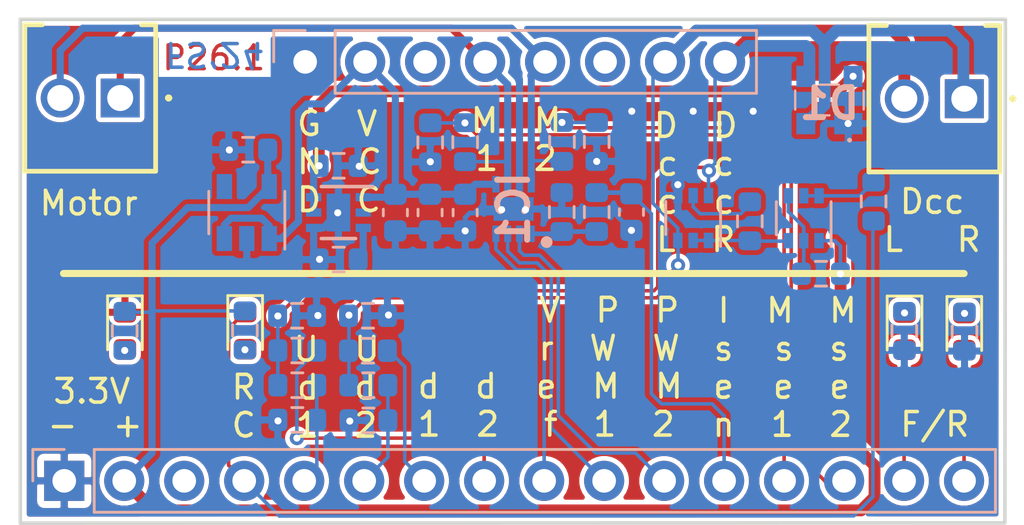
<source format=kicad_pcb>
(kicad_pcb (version 20171130) (host pcbnew "(5.1.12)-1")
  (title_block (title "RTB P26 Railcom/Motor IF") (date 2024-09-29) (rev 0) (company "Frank Schumacher") (comment 1 "Railcom sender & Motor driver") (comment 2 P26.0))
  (layers (0 F.Cu signal) (31 B.Cu signal) (34 B.Paste user hide) (35 F.Paste user hide) (36 B.SilkS user) (37 F.SilkS user) (38 B.Mask user hide) (39 F.Mask user hide) (44 Edge.Cuts user))
  (net 0 "")
  (net 1 GND)
  (net 2 +3V3)
  (net 3 DCC-b)
  (net 4 DCC-a)
  (net 5 RCM.tx)
  (net 6 UDCC-a)
  (net 7 UDCC-b)
  (net 8 ISENS)
  (net 9 PWM2)
  (net 10 PWM1)
  (net 11 M1)
  (net 12 M2)
  (net 13 uSENS2)
  (net 14 uSENS1)
  (net 15 "Net-(Q1-Pad5)")
  (net 16 VHBR)
  (net 17 "Net-(Q2-Pad5)")
  (net 18 "Net-(C2-Pad1)")
  (net 19 "Net-(C5-Pad1)")
  (net 20 Vref)
  (net 21 "Net-(IC1-Pad1)")
  (net 22 "Net-(Q1-Pad1)")
  (net 23 "Net-(Q2-Pad2)")
  (net 24 "Net-(J2-Pad8)")
  (net 25 "Net-(J2-Pad7)")
  (net 26 "Net-(D2-Pad2)")
  (net 27 "Net-(D2-Pad1)")
  (net 28 "Net-(D3-Pad2)")
  (net 29 "Net-(D3-Pad1)")
  (net 30 "Net-(D4-Pad2)")
  (net 31 "Net-(D5-Pad2)")
  (module RTB:SON50P200X200X80-9N (layer B.Cu) (at 93.256 -51.17 90)
    (fp_text reference IC1 (at 0 0 90) (layer B.SilkS) (effects (font (size 1.27 1.27) (thickness 0.254)) (justify mirror)))
    (fp_text value DRV8231ADSGR hide)
    (pad 9 smd rect (at 0 0 90) (size 1 1.7) (layers B.Cu B.Paste B.Mask) (net 1 GND))
    (pad 8 smd rect (at 1.05 0.75) (size 0.3 0.7) (layers B.Cu B.Paste B.Mask) (net 11 M1))
    (pad 7 smd rect (at 1.05 0.25) (size 0.3 0.7) (layers B.Cu B.Paste B.Mask) (net 1 GND))
    (pad 6 smd rect (at 1.05 -0.25) (size 0.3 0.7) (layers B.Cu B.Paste B.Mask) (net 12 M2))
    (pad 5 smd rect (at 1.05 -0.75) (size 0.3 0.7) (layers B.Cu B.Paste B.Mask) (net 16 VHBR))
    (pad 4 smd rect (at -1.05 -0.75) (size 0.3 0.7) (layers B.Cu B.Paste B.Mask) (net 20 Vref))
    (pad 3 smd rect (at -1.05 -0.25) (size 0.3 0.7) (layers B.Cu B.Paste B.Mask) (net 9 PWM2))
    (pad 2 smd rect (at -1.05 0.25) (size 0.3 0.7) (layers B.Cu B.Paste B.Mask) (net 10 PWM1))
    (pad 1 smd rect (at -1.05 0.75) (size 0.3 0.7) (layers B.Cu B.Paste B.Mask) (net 21 "Net-(IC1-Pad1)"))
  )
  (module RTB:BF998215 (layer B.Cu) (at 106.63 -55.41 180)
    (fp_text reference D1 (at 0 0.225) (layer B.SilkS) (effects (font (size 1.27 1.27) (thickness 0.254)) (justify mirror)))
    (fp_text value BAS3007ARPPE6327HTSA1 hide)
    (pad 4 smd rect (at -1 1.375 90) (size 0.9 0.8) (layers B.Cu B.Paste B.Mask) (net 19 "Net-(C5-Pad1)"))
    (pad 3 smd rect (at 1 1.375 90) (size 0.9 0.8) (layers B.Cu B.Paste B.Mask) (net 4 DCC-a))
    (pad 2 smd rect (at 1 -0.625 90) (size 0.9 0.8) (layers B.Cu B.Paste B.Mask) (net 3 DCC-b))
    (pad 1 smd rect (at -0.8 -0.625 90) (size 0.9 1.2) (layers B.Cu B.Paste B.Mask) (net 1 GND))
  )
  (module Package_TO_SOT_SMD:SOT-363_SC-70-6 (layer B.Cu) (at 105.54 -50.78 90)
    (fp_text reference Q2 hide)
    (fp_text value BC857BDW1)
    (pad 6 smd rect (at 0.95 0.65 90) (size 0.65 0.4) (layers B.Cu B.Paste B.Mask) (net 17 "Net-(Q2-Pad5)"))
    (pad 4 smd rect (at 0.95 -0.65 90) (size 0.65 0.4) (layers B.Cu B.Paste B.Mask) (net 23 "Net-(Q2-Pad2)"))
    (pad 2 smd rect (at -0.95 0 90) (size 0.65 0.4) (layers B.Cu B.Paste B.Mask) (net 23 "Net-(Q2-Pad2)"))
    (pad 5 smd rect (at 0.95 0 90) (size 0.65 0.4) (layers B.Cu B.Paste B.Mask) (net 17 "Net-(Q2-Pad5)"))
    (pad 3 smd rect (at -0.95 -0.65 90) (size 0.65 0.4) (layers B.Cu B.Paste B.Mask) (net 22 "Net-(Q1-Pad1)"))
    (pad 1 smd rect (at -0.95 0.65 90) (size 0.65 0.4) (layers B.Cu B.Paste B.Mask) (net 2 +3V3))
  )
  (module Package_TO_SOT_SMD:SOT-363_SC-70-6 (layer B.Cu) (at 100.86 -50.79 90)
    (fp_text reference Q1 hide)
    (fp_text value BC847BDW1)
    (pad 6 smd rect (at 0.95 0.65 90) (size 0.65 0.4) (layers B.Cu B.Paste B.Mask) (net 4 DCC-a))
    (pad 4 smd rect (at 0.95 -0.65 90) (size 0.65 0.4) (layers B.Cu B.Paste B.Mask) (net 1 GND))
    (pad 2 smd rect (at -0.95 0 90) (size 0.65 0.4) (layers B.Cu B.Paste B.Mask) (net 22 "Net-(Q1-Pad1)"))
    (pad 5 smd rect (at 0.95 0 90) (size 0.65 0.4) (layers B.Cu B.Paste B.Mask) (net 15 "Net-(Q1-Pad5)"))
    (pad 3 smd rect (at -0.95 -0.65 90) (size 0.65 0.4) (layers B.Cu B.Paste B.Mask) (net 3 DCC-b))
    (pad 1 smd rect (at -0.95 0.65 90) (size 0.65 0.4) (layers B.Cu B.Paste B.Mask) (net 22 "Net-(Q1-Pad1)"))
  )
  (module RTB:1725656 (layer F.Cu) (at 112.34 -55.84 180)
    (fp_text reference J4 hide)
    (fp_text value Conn_01x02 hide)
    (pad 2 thru_hole circle (at 2.54 0 180) (size 1.65 1.65) (drill 1.1) (layers *.Cu *.Mask) (net 4 DCC-a))
    (pad 1 thru_hole rect (at 0 0 180) (size 1.65 1.65) (drill 1.1) (layers *.Cu *.Mask) (net 3 DCC-b))
  )
  (module RTB:1725656 (layer F.Cu) (at 76.6 -55.87 180)
    (fp_text reference J3 hide)
    (fp_text value Conn_01x02 hide)
    (pad 2 thru_hole circle (at 2.54 0 180) (size 1.65 1.65) (drill 1.1) (layers *.Cu *.Mask) (net 11 M1))
    (pad 1 thru_hole rect (at 0 0 180) (size 1.65 1.65) (drill 1.1) (layers *.Cu *.Mask) (net 12 M2))
  )
  (module Resistor_SMD:R_0603_1608Metric (layer B.Cu) (at 76.79 -46.01 90)
    (fp_text reference R21 hide)
    (fp_text value 3.3k)
    (pad 2 smd roundrect (at 0.825 0 90) (size 0.8 0.95) (layers B.Cu B.Paste B.Mask) (net 2 +3V3))
    (pad 1 smd roundrect (at -0.825 0 90) (size 0.8 0.95) (layers B.Cu B.Paste B.Mask) (net 31 "Net-(D5-Pad2)"))
  )
  (module LED_SMD:LED_0603_1608Metric (layer F.Cu) (at 76.8 -46.01 270)
    (fp_text reference D5)
    (fp_text value LED)
    (pad 2 smd roundrect (at 0.7875 0 270) (size 0.875 0.95) (layers F.Cu F.Paste F.Mask) (net 31 "Net-(D5-Pad2)"))
    (pad 1 smd roundrect (at -0.7875 0 270) (size 0.875 0.95) (layers F.Cu F.Paste F.Mask) (net 1 GND))
  )
  (module Resistor_SMD:R_0603_1608Metric (layer B.Cu) (at 81.88 -46.03 90)
    (fp_text reference R20 hide)
    (fp_text value 3.3k)
    (pad 2 smd roundrect (at 0.825 0 90) (size 0.8 0.95) (layers B.Cu B.Paste B.Mask) (net 2 +3V3))
    (pad 1 smd roundrect (at -0.825 0 90) (size 0.8 0.95) (layers B.Cu B.Paste B.Mask) (net 30 "Net-(D4-Pad2)"))
  )
  (module LED_SMD:LED_0603_1608Metric (layer F.Cu) (at 81.89 -46.02 270)
    (fp_text reference D4 hide)
    (fp_text value LED)
    (pad 2 smd roundrect (at 0.7875 0 270) (size 0.875 0.95) (layers F.Cu F.Paste F.Mask) (net 30 "Net-(D4-Pad2)"))
    (pad 1 smd roundrect (at -0.7875 0 270) (size 0.875 0.95) (layers F.Cu F.Paste F.Mask) (net 5 RCM.tx))
  )
  (module Resistor_SMD:R_0603_1608Metric (layer B.Cu) (at 109.8 -46.01 90)
    (fp_text reference R19 hide)
    (fp_text value 3.3k)
    (pad 2 smd roundrect (at 0.825 0 90) (size 0.8 0.95) (layers B.Cu B.Paste B.Mask) (net 29 "Net-(D3-Pad1)"))
    (pad 1 smd roundrect (at -0.825 0 90) (size 0.8 0.95) (layers B.Cu B.Paste B.Mask) (net 1 GND))
  )
  (module Resistor_SMD:R_0603_1608Metric (layer B.Cu) (at 112.35 -45.98 90)
    (fp_text reference R18)
    (fp_text value 3.3k)
    (pad 2 smd roundrect (at 0.825 0 90) (size 0.8 0.95) (layers B.Cu B.Paste B.Mask) (net 27 "Net-(D2-Pad1)"))
    (pad 1 smd roundrect (at -0.825 0 90) (size 0.8 0.95) (layers B.Cu B.Paste B.Mask) (net 1 GND))
  )
  (module LED_SMD:LED_0603_1608Metric (layer F.Cu) (at 109.81 -46 270)
    (fp_text reference D3 hide)
    (fp_text value LED)
    (pad 2 smd roundrect (at 0.7875 0 270) (size 0.875 0.95) (layers F.Cu F.Paste F.Mask) (net 28 "Net-(D3-Pad2)"))
    (pad 1 smd roundrect (at -0.7875 0 270) (size 0.875 0.95) (layers F.Cu F.Paste F.Mask) (net 29 "Net-(D3-Pad1)"))
  )
  (module LED_SMD:LED_0603_1608Metric (layer F.Cu) (at 112.34 -45.98 270)
    (fp_text reference D2 hide)
    (fp_text value LED)
    (pad 2 smd roundrect (at 0.7875 0 270) (size 0.875 0.95) (layers F.Cu F.Paste F.Mask) (net 26 "Net-(D2-Pad2)"))
    (pad 1 smd roundrect (at -0.7875 0 270) (size 0.875 0.95) (layers F.Cu F.Paste F.Mask) (net 27 "Net-(D2-Pad1)"))
  )
  (module Package_TO_SOT_SMD:SOT-23-5 (layer B.Cu) (at 81.96 -51.02 90)
    (fp_text reference U2 hide)
    (fp_text value MIC5205-3.3YM5)
    (pad 5 smd rect (at 1.1 0.95 90) (size 1.06 0.65) (layers B.Cu B.Paste B.Mask) (net 2 +3V3))
    (pad 4 smd rect (at 1.1 -0.95 90) (size 1.06 0.65) (layers B.Cu B.Paste B.Mask))
    (pad 3 smd rect (at -1.1 -0.95 90) (size 1.06 0.65) (layers B.Cu B.Paste B.Mask) (net 16 VHBR))
    (pad 2 smd rect (at -1.1 0 90) (size 1.06 0.65) (layers B.Cu B.Paste B.Mask) (net 1 GND))
    (pad 1 smd rect (at -1.1 0.95 90) (size 1.06 0.65) (layers B.Cu B.Paste B.Mask) (net 16 VHBR))
  )
  (module Capacitor_SMD:C_0603_1608Metric (layer B.Cu) (at 88.25 -51.02 270)
    (fp_text reference C7 hide)
    (fp_text value 10u/25V)
    (pad 2 smd roundrect (at 0.775 0 270) (size 0.9 0.95) (layers B.Cu B.Paste B.Mask) (net 1 GND))
    (pad 1 smd roundrect (at -0.775 0 270) (size 0.9 0.95) (layers B.Cu B.Paste B.Mask) (net 16 VHBR))
  )
  (module Capacitor_SMD:C_0603_1608Metric (layer B.Cu) (at 89.72 -51.02 270)
    (fp_text reference C1 hide)
    (fp_text value 10u/25V)
    (pad 2 smd roundrect (at 0.775 0 270) (size 0.9 0.95) (layers B.Cu B.Paste B.Mask) (net 1 GND))
    (pad 1 smd roundrect (at -0.775 0 270) (size 0.9 0.95) (layers B.Cu B.Paste B.Mask) (net 16 VHBR))
  )
  (module Resistor_SMD:R_0603_1608Metric (layer B.Cu) (at 95.296 -51.04 270)
    (fp_text reference R12)
    (fp_text value 3.3k)
    (pad 2 smd roundrect (at 0.825 0 270) (size 0.8 0.95) (layers B.Cu B.Paste B.Mask) (net 21 "Net-(IC1-Pad1)"))
    (pad 1 smd roundrect (at -0.825 0 270) (size 0.8 0.95) (layers B.Cu B.Paste B.Mask) (net 1 GND))
  )
  (module Connector_PinHeader_2.54mm:PinHeader_1x16_P2.54mm_Vertical (layer B.Cu) (at 74.23 -39.66 270)
    (fp_text reference J2)
    (fp_text value Conn_01x16)
    (pad 16 thru_hole oval (at 0 -38.1 270) (size 1.7 1.7) (drill 1) (layers *.Cu *.Mask) (net 26 "Net-(D2-Pad2)"))
    (pad 15 thru_hole oval (at 0 -35.56 270) (size 1.7 1.7) (drill 1) (layers *.Cu *.Mask) (net 28 "Net-(D3-Pad2)"))
    (pad 14 thru_hole oval (at 0 -33.02 270) (size 1.7 1.7) (drill 1) (layers *.Cu *.Mask) (net 14 uSENS1))
    (pad 13 thru_hole oval (at 0 -30.48 270) (size 1.7 1.7) (drill 1) (layers *.Cu *.Mask) (net 13 uSENS2))
    (pad 12 thru_hole oval (at 0 -27.94 270) (size 1.7 1.7) (drill 1) (layers *.Cu *.Mask) (net 8 ISENS))
    (pad 11 thru_hole oval (at 0 -25.4 270) (size 1.7 1.7) (drill 1) (layers *.Cu *.Mask) (net 10 PWM1))
    (pad 10 thru_hole oval (at 0 -22.86 270) (size 1.7 1.7) (drill 1) (layers *.Cu *.Mask) (net 9 PWM2))
    (pad 9 thru_hole oval (at 0 -20.32 270) (size 1.7 1.7) (drill 1) (layers *.Cu *.Mask) (net 20 Vref))
    (pad 8 thru_hole oval (at 0 -17.78 270) (size 1.7 1.7) (drill 1) (layers *.Cu *.Mask) (net 24 "Net-(J2-Pad8)"))
    (pad 7 thru_hole oval (at 0 -15.24 270) (size 1.7 1.7) (drill 1) (layers *.Cu *.Mask) (net 25 "Net-(J2-Pad7)"))
    (pad 6 thru_hole oval (at 0 -12.7 270) (size 1.7 1.7) (drill 1) (layers *.Cu *.Mask) (net 7 UDCC-b))
    (pad 5 thru_hole oval (at 0 -10.16 270) (size 1.7 1.7) (drill 1) (layers *.Cu *.Mask) (net 6 UDCC-a))
    (pad 4 thru_hole oval (at 0 -7.62 270) (size 1.7 1.7) (drill 1) (layers *.Cu *.Mask) (net 5 RCM.tx))
    (pad 3 thru_hole oval (at 0 -5.08 270) (size 1.7 1.7) (drill 1) (layers *.Cu *.Mask))
    (pad 2 thru_hole oval (at 0 -2.54 270) (size 1.7 1.7) (drill 1) (layers *.Cu *.Mask) (net 2 +3V3))
    (pad 1 thru_hole rect (at 0 0 270) (size 1.7 1.7) (drill 1) (layers *.Cu *.Mask) (net 1 GND))
  )
  (module Connector_PinHeader_2.54mm:PinHeader_1x08_P2.54mm_Vertical (layer B.Cu) (at 84.43 -57.4 270)
    (fp_text reference J1)
    (fp_text value Conn_01x08)
    (pad 8 thru_hole oval (at 0 -17.78 270) (size 1.7 1.7) (drill 1) (layers *.Cu *.Mask) (net 4 DCC-a))
    (pad 7 thru_hole oval (at 0 -15.24 270) (size 1.7 1.7) (drill 1) (layers *.Cu *.Mask) (net 3 DCC-b))
    (pad 6 thru_hole oval (at 0 -12.7 270) (size 1.7 1.7) (drill 1) (layers *.Cu *.Mask))
    (pad 5 thru_hole oval (at 0 -10.16 270) (size 1.7 1.7) (drill 1) (layers *.Cu *.Mask) (net 11 M1))
    (pad 4 thru_hole oval (at 0 -7.62 270) (size 1.7 1.7) (drill 1) (layers *.Cu *.Mask) (net 12 M2))
    (pad 3 thru_hole oval (at 0 -5.08 270) (size 1.7 1.7) (drill 1) (layers *.Cu *.Mask))
    (pad 2 thru_hole oval (at 0 -2.54 270) (size 1.7 1.7) (drill 1) (layers *.Cu *.Mask) (net 16 VHBR))
    (pad 1 thru_hole rect (at 0 0 270) (size 1.7 1.7) (drill 1) (layers *.Cu *.Mask) (net 1 GND))
  )
  (module Capacitor_SMD:C_0603_1608Metric (layer B.Cu) (at 98.246 -51.04 270)
    (fp_text reference C6)
    (fp_text value 1u)
    (pad 2 smd roundrect (at 0.775 0 270) (size 0.9 0.95) (layers B.Cu B.Paste B.Mask) (net 1 GND))
    (pad 1 smd roundrect (at -0.775 0 270) (size 0.9 0.95) (layers B.Cu B.Paste B.Mask) (net 8 ISENS))
  )
  (module Resistor_SMD:R_0603_1608Metric (layer B.Cu) (at 87.09 -45.17)
    (fp_text reference R2)
    (fp_text value 33k)
    (pad 2 smd roundrect (at 0.825 0) (size 0.8 0.95) (layers B.Cu B.Paste B.Mask) (net 25 "Net-(J2-Pad7)"))
    (pad 1 smd roundrect (at -0.825 0) (size 0.8 0.95) (layers B.Cu B.Paste B.Mask) (net 3 DCC-b))
  )
  (module Resistor_SMD:R_0603_1608Metric (layer B.Cu) (at 84.1 -45.18)
    (fp_text reference R1)
    (fp_text value 33k)
    (pad 2 smd roundrect (at 0.825 0) (size 0.8 0.95) (layers B.Cu B.Paste B.Mask) (net 24 "Net-(J2-Pad8)"))
    (pad 1 smd roundrect (at -0.825 0) (size 0.8 0.95) (layers B.Cu B.Paste B.Mask) (net 4 DCC-a))
  )
  (module Resistor_SMD:R_0603_1608Metric (layer B.Cu) (at 96.776 -54.01 90)
    (fp_text reference R17)
    (fp_text value 10k)
    (pad 2 smd roundrect (at 0.825 0 90) (size 0.8 0.95) (layers B.Cu B.Paste B.Mask) (net 14 uSENS1))
    (pad 1 smd roundrect (at -0.825 0 90) (size 0.8 0.95) (layers B.Cu B.Paste B.Mask) (net 1 GND))
  )
  (module Resistor_SMD:R_0603_1608Metric (layer B.Cu) (at 95.306 -54.01 270)
    (fp_text reference R16)
    (fp_text value 47k)
    (pad 2 smd roundrect (at 0.825 0 270) (size 0.8 0.95) (layers B.Cu B.Paste B.Mask) (net 11 M1))
    (pad 1 smd roundrect (at -0.825 0 270) (size 0.8 0.95) (layers B.Cu B.Paste B.Mask) (net 14 uSENS1))
  )
  (module Resistor_SMD:R_0603_1608Metric (layer B.Cu) (at 89.726 -53.99 90)
    (fp_text reference R15)
    (fp_text value 10k)
    (pad 2 smd roundrect (at 0.825 0 90) (size 0.8 0.95) (layers B.Cu B.Paste B.Mask) (net 13 uSENS2))
    (pad 1 smd roundrect (at -0.825 0 90) (size 0.8 0.95) (layers B.Cu B.Paste B.Mask) (net 1 GND))
  )
  (module Resistor_SMD:R_0603_1608Metric (layer B.Cu) (at 91.206 -54 270)
    (fp_text reference R14)
    (fp_text value 47k)
    (pad 2 smd roundrect (at 0.825 0 270) (size 0.8 0.95) (layers B.Cu B.Paste B.Mask) (net 12 M2))
    (pad 1 smd roundrect (at -0.825 0 270) (size 0.8 0.95) (layers B.Cu B.Paste B.Mask) (net 13 uSENS2))
  )
  (module Resistor_SMD:R_0603_1608Metric (layer B.Cu) (at 96.776 -51.04 90)
    (fp_text reference R13)
    (fp_text value 220k)
    (pad 2 smd roundrect (at 0.825 0 90) (size 0.8 0.95) (layers B.Cu B.Paste B.Mask) (net 8 ISENS))
    (pad 1 smd roundrect (at -0.825 0 90) (size 0.8 0.95) (layers B.Cu B.Paste B.Mask) (net 21 "Net-(IC1-Pad1)"))
  )
  (module Resistor_SMD:R_0603_1608Metric (layer B.Cu) (at 87.09 -46.65 180)
    (fp_text reference R11)
    (fp_text value 10k)
    (pad 2 smd roundrect (at 0.825 0 180) (size 0.8 0.95) (layers B.Cu B.Paste B.Mask) (net 3 DCC-b))
    (pad 1 smd roundrect (at -0.825 0 180) (size 0.8 0.95) (layers B.Cu B.Paste B.Mask) (net 1 GND))
  )
  (module Resistor_SMD:R_0603_1608Metric (layer B.Cu) (at 84.09 -46.65 180)
    (fp_text reference R10)
    (fp_text value 10k)
    (pad 2 smd roundrect (at 0.825 0 180) (size 0.8 0.95) (layers B.Cu B.Paste B.Mask) (net 4 DCC-a))
    (pad 1 smd roundrect (at -0.825 0 180) (size 0.8 0.95) (layers B.Cu B.Paste B.Mask) (net 1 GND))
  )
  (module Resistor_SMD:R_0603_1608Metric (layer B.Cu) (at 87.11 -42.22 180)
    (fp_text reference R9)
    (fp_text value 9.1k)
    (pad 2 smd roundrect (at 0.825 0 180) (size 0.8 0.95) (layers B.Cu B.Paste B.Mask) (net 1 GND))
    (pad 1 smd roundrect (at -0.825 0 180) (size 0.8 0.95) (layers B.Cu B.Paste B.Mask) (net 7 UDCC-b))
  )
  (module Resistor_SMD:R_0603_1608Metric (layer B.Cu) (at 84.1 -42.24 180)
    (fp_text reference R8)
    (fp_text value 9.1k)
    (pad 2 smd roundrect (at 0.825 0 180) (size 0.8 0.95) (layers B.Cu B.Paste B.Mask) (net 1 GND))
    (pad 1 smd roundrect (at -0.825 0 180) (size 0.8 0.95) (layers B.Cu B.Paste B.Mask) (net 6 UDCC-a))
  )
  (module Resistor_SMD:R_0603_1608Metric (layer B.Cu) (at 87.105 -43.71)
    (fp_text reference R7)
    (fp_text value 220k)
    (pad 2 smd roundrect (at 0.825 0) (size 0.8 0.95) (layers B.Cu B.Paste B.Mask) (net 7 UDCC-b))
    (pad 1 smd roundrect (at -0.825 0) (size 0.8 0.95) (layers B.Cu B.Paste B.Mask) (net 3 DCC-b))
  )
  (module Resistor_SMD:R_0603_1608Metric (layer B.Cu) (at 84.1 -43.71)
    (fp_text reference R6)
    (fp_text value 220k)
    (pad 2 smd roundrect (at 0.825 0) (size 0.8 0.95) (layers B.Cu B.Paste B.Mask) (net 6 UDCC-a))
    (pad 1 smd roundrect (at -0.825 0) (size 0.8 0.95) (layers B.Cu B.Paste B.Mask) (net 4 DCC-a))
  )
  (module Resistor_SMD:R_0603_1608Metric (layer B.Cu) (at 108.5 -51.49 90)
    (fp_text reference R5)
    (fp_text value 10k)
    (pad 2 smd roundrect (at 0.825 0 90) (size 0.8 0.95) (layers B.Cu B.Paste B.Mask) (net 17 "Net-(Q2-Pad5)"))
    (pad 1 smd roundrect (at -0.825 0 90) (size 0.8 0.95) (layers B.Cu B.Paste B.Mask) (net 5 RCM.tx))
  )
  (module Resistor_SMD:R_0603_1608Metric (layer B.Cu) (at 103.26 -50.65 270)
    (fp_text reference R4)
    (fp_text value 10k)
    (pad 2 smd roundrect (at 0.825 0 270) (size 0.8 0.95) (layers B.Cu B.Paste B.Mask) (net 22 "Net-(Q1-Pad1)"))
    (pad 1 smd roundrect (at -0.825 0 270) (size 0.8 0.95) (layers B.Cu B.Paste B.Mask) (net 15 "Net-(Q1-Pad5)"))
  )
  (module Resistor_SMD:R_0603_1608Metric (layer B.Cu) (at 106.27 -48.43 180)
    (fp_text reference R3)
    (fp_text value 22)
    (pad 2 smd roundrect (at 0.825 0 180) (size 0.8 0.95) (layers B.Cu B.Paste B.Mask) (net 23 "Net-(Q2-Pad2)"))
    (pad 1 smd roundrect (at -0.825 0 180) (size 0.8 0.95) (layers B.Cu B.Paste B.Mask) (net 2 +3V3))
  )
  (module Resistor_SMD:R_0603_1608Metric (layer B.Cu) (at 85.85 -53)
    (fp_text reference C5)
    (fp_text value 1u/35V)
    (pad 2 smd roundrect (at 0.825 0) (size 0.8 0.95) (layers B.Cu B.Paste B.Mask) (net 1 GND))
    (pad 1 smd roundrect (at -0.825 0) (size 0.8 0.95) (layers B.Cu B.Paste B.Mask) (net 19 "Net-(C5-Pad1)"))
  )
  (module Resistor_SMD:R_0603_1608Metric (layer B.Cu) (at 82.02 -53.68 180)
    (fp_text reference C3)
    (fp_text value 22u/6V)
    (pad 2 smd roundrect (at 0.825 0 180) (size 0.8 0.95) (layers B.Cu B.Paste B.Mask) (net 1 GND))
    (pad 1 smd roundrect (at -0.825 0 180) (size 0.8 0.95) (layers B.Cu B.Paste B.Mask) (net 2 +3V3))
  )
  (module Resistor_SMD:R_0603_1608Metric (layer B.Cu) (at 85.85 -49.03 180)
    (fp_text reference C2)
    (fp_text value 100nF)
    (pad 2 smd roundrect (at 0.825 0 180) (size 0.8 0.95) (layers B.Cu B.Paste B.Mask) (net 1 GND))
    (pad 1 smd roundrect (at -0.825 0 180) (size 0.8 0.95) (layers B.Cu B.Paste B.Mask) (net 18 "Net-(C2-Pad1)"))
  )
  (module Capacitor_SMD:C_0603_1608Metric (layer B.Cu) (at 91.206 -51.02 270)
    (fp_text reference C4 hide)
    (fp_text value 100n/35V)
    (pad 2 smd roundrect (at 0.775 0 270) (size 0.9 0.95) (layers B.Cu B.Paste B.Mask) (net 1 GND))
    (pad 1 smd roundrect (at -0.775 0 270) (size 0.9 0.95) (layers B.Cu B.Paste B.Mask) (net 16 VHBR))
  )
  (module Package_DFN_QFN:DFN-6-1EP_2x2mm_P0.65mm_EP1x1.6mm (layer B.Cu) (at 85.84 -51.02 180)
    (fp_text reference U1 hide)
    (fp_text value TPS22810DRVR)
    (pad 1 smd rect (at -1.05 0.65 180) (size 0.65 0.35) (layers B.Cu B.Paste B.Mask) (net 16 VHBR))
    (pad 2 smd rect (at -1.05 0 180) (size 0.65 0.35) (layers B.Cu B.Paste B.Mask))
    (pad 3 smd rect (at -1.05 -0.65 180) (size 0.65 0.35) (layers B.Cu B.Paste B.Mask) (net 18 "Net-(C2-Pad1)"))
    (pad 4 smd rect (at 1.05 -0.65 180) (size 0.65 0.35) (layers B.Cu B.Paste B.Mask) (net 1 GND))
    (pad 5 smd rect (at 1.05 0 180) (size 0.65 0.35) (layers B.Cu B.Paste B.Mask) (net 19 "Net-(C5-Pad1)"))
    (pad 6 smd rect (at 1.05 0.65 180) (size 0.65 0.35) (layers B.Cu B.Paste B.Mask) (net 19 "Net-(C5-Pad1)"))
    (pad 7 smd rect (at 0 0 180) (size 1 1.6) (layers B.Cu B.Mask) (net 1 GND))
  )
  (gr_text 3.3V (at 75.4 -43.45) (layer F.SilkS) (effects (font (size 1 1))))
  (gr_text FS'24 (at 80.6 -57.72 180) (layer B.Cu) (effects (font (size 1 1)) (justify mirror)))
  (gr_text P26.1 (at 80.56 -57.57) (layer F.Cu) (effects (font (size 1 1))))
  (gr_text F/R (at 109.54 -42.05) (layer F.SilkS) (effects (font (size 1 1)) (justify left)))
  (gr_text "Dcc\nL   R" (at 110.98 -50.68) (layer F.SilkS) (effects (font (size 1 1))))
  (gr_text Motor (at 75.27 -51.42) (layer F.SilkS) (effects (font (size 1 1))))
  (gr_text "I\ns\ne\nn" (at 102.15 -44.46) (layer F.SilkS) (effects (font (size 1 1))))
  (gr_text "R\nC" (at 81.83 -42.82) (layer F.SilkS) (effects (font (size 1 1))))
  (gr_line (start 74.2 -48.44) (end 112.33 -48.44) (layer F.SilkS) (width 0.3))
  (gr_text "M  M\ns  s\ne  e\n1  2" (at 105.87 -44.46) (layer F.SilkS) (effects (font (size 1 1))))
  (gr_text "V  P  P\nr  W  W\ne  M  M\nf  1  2" (at 97.31 -44.47) (layer F.SilkS) (effects (font (size 1 1))))
  (gr_text "d  d\n1  2" (at 89.11 -42.86) (layer F.SilkS) (effects (font (size 1 1)) (justify left)))
  (gr_text "U  U\nd  d\n1  2" (at 85.76 -43.62) (layer F.SilkS) (effects (font (size 1 1))))
  (gr_text "-  +" (at 73.44 -42.03) (layer F.SilkS) (effects (font (size 1 1)) (justify left)))
  (gr_text "D  D\nc  c\nc  c\nL  R" (at 100.97 -52.29) (layer F.SilkS) (effects (font (size 1 1))))
  (gr_text "M  M\n1  2" (at 93.36 -54.11) (layer F.SilkS) (effects (font (size 1 1))))
  (gr_text "G  V\nN  C\nD  C" (at 84 -53.17) (layer F.SilkS) (effects (font (size 1 1)) (justify left)))
  (gr_line (start 72.37 -37.87) (end 114.06 -37.88) (layer Edge.Cuts) (width 0.15))
  (gr_line (start 72.37 -37.87) (end 72.37 -59.2) (layer Edge.Cuts) (width 0.15))
  (gr_line (start 114.08 -59.2) (end 114.06 -37.88) (layer Edge.Cuts) (width 0.15))
  (gr_line (start 72.37 -59.2) (end 114.08 -59.2) (layer Edge.Cuts) (width 0.15))
  (via (at 83.28 -42.2) (size 0.6) (drill 0.3) (layers F.Cu B.Cu) (net 1))
  (via (at 86.32 -42.19) (size 0.6) (drill 0.3) (layers F.Cu B.Cu) (net 1))
  (via (at 87.96 -46.68) (size 0.6) (drill 0.3) (layers F.Cu B.Cu) (net 1))
  (via (at 84.97 -46.66) (size 0.6) (drill 0.3) (layers F.Cu B.Cu) (net 1))
  (via (at 107.42 -54.79) (size 0.6) (drill 0.3) (layers F.Cu B.Cu) (net 1))
  (via (at 81.22 -53.67) (size 0.6) (drill 0.3) (layers F.Cu B.Cu) (net 1))
  (segment (start 93.506 -51.42) (end 93.256 -51.17) (width 0.35) (layer B.Cu) (net 1))
  (segment (start 93.506 -52.22) (end 93.506 -51.42) (width 0.3) (layer B.Cu) (net 1))
  (segment (start 88.25 -50.245) (end 89.72 -50.245) (width 0.2) (layer B.Cu) (net 1))
  (segment (start 89.72 -50.245) (end 91.206 -50.245) (width 0.2) (layer B.Cu) (net 1))
  (segment (start 96.776 -53.185) (end 96.776 -53.185) (width 0.2) (layer B.Cu) (net 1))
  (segment (start 95.296 -51.865) (end 95.296 -51.254) (width 0.2) (layer B.Cu) (net 1))
  (segment (start 95.212 -51.17) (end 95.296 -51.254) (width 0.2) (layer B.Cu) (net 1))
  (segment (start 93.256 -51.17) (end 95.212 -51.17) (width 0.2) (layer B.Cu) (net 1))
  (segment (start 93.256 -51.17) (end 93.086 -51) (width 0.2) (layer B.Cu) (net 1))
  (segment (start 91.4 -51) (end 91.206 -50.806) (width 0.2) (layer B.Cu) (net 1))
  (segment (start 91.206 -50.806) (end 91.206 -50.245) (width 0.2) (layer B.Cu) (net 1))
  (segment (start 93.086 -51) (end 91.4 -51) (width 0.2) (layer B.Cu) (net 1))
  (segment (start 97.351 -51.16) (end 98.246 -50.265) (width 0.2) (layer B.Cu) (net 1))
  (segment (start 95.39 -51.16) (end 97.351 -51.16) (width 0.2) (layer B.Cu) (net 1))
  (segment (start 95.296 -51.254) (end 95.39 -51.16) (width 0.2) (layer B.Cu) (net 1))
  (segment (start 84.79 -49.265) (end 85.025 -49.03) (width 0.3) (layer B.Cu) (net 1))
  (segment (start 84.79 -50.37) (end 84.79 -49.265) (width 0.3) (layer B.Cu) (net 1))
  (segment (start 85.19 -50.37) (end 85.84 -51.02) (width 0.3) (layer B.Cu) (net 1))
  (segment (start 84.79 -50.37) (end 85.19 -50.37) (width 0.3) (layer B.Cu) (net 1))
  (segment (start 93.256 -51.17) (end 93.256 -51.17) (width 0.35) (layer B.Cu) (net 1))
  (via (at 92.75 -51.14) (size 0.6) (drill 0.3) (layers F.Cu B.Cu) (net 1))
  (segment (start 98.246 -50.265) (end 98.246 -50.265) (width 0.2) (layer B.Cu) (net 1))
  (via (at 98.246 -50.265) (size 0.6) (drill 0.3) (layers F.Cu B.Cu) (net 1))
  (segment (start 91.206 -50.245) (end 91.206 -50.245) (width 0.2) (layer B.Cu) (net 1))
  (segment (start 96.776 -53.185) (end 96.616 -53.185) (width 0.2) (layer B.Cu) (net 1))
  (via (at 93.76 -51.14) (size 0.6) (drill 0.3) (layers F.Cu B.Cu) (net 1))
  (via (at 96.776 -53.185) (size 0.6) (drill 0.3) (layers F.Cu B.Cu) (net 1))
  (via (at 89.73 -53.17) (size 0.6) (drill 0.3) (layers F.Cu B.Cu) (net 1))
  (via (at 86.72 -52.98) (size 0.6) (drill 0.3) (layers F.Cu B.Cu) (net 1))
  (via (at 85.81 -51.01) (size 0.6) (drill 0.3) (layers F.Cu B.Cu) (net 1))
  (via (at 91.206 -50.245) (size 0.6) (drill 0.3) (layers F.Cu B.Cu) (net 1))
  (via (at 85.04 -49.04) (size 0.6) (drill 0.3) (layers F.Cu B.Cu) (net 1))
  (via (at 100.86 -55.31) (size 0.6) (drill 0.3) (layers F.Cu B.Cu) (net 1))
  (via (at 103.4 -55.31) (size 0.6) (drill 0.3) (layers F.Cu B.Cu) (net 1))
  (via (at 98.26 -55.31) (size 0.6) (drill 0.3) (layers F.Cu B.Cu) (net 1))
  (via (at 100.21 -52.200001) (size 0.6) (drill 0.3) (layers F.Cu B.Cu) (net 1))
  (segment (start 100.21 -51.74) (end 100.21 -52.200001) (width 0.15) (layer B.Cu) (net 1))
  (segment (start 82.845 -52.185) (end 82.91 -52.12) (width 0.3) (layer B.Cu) (net 2))
  (segment (start 82.845 -53.68) (end 82.845 -52.185) (width 0.3) (layer B.Cu) (net 2))
  (segment (start 81.845 -46.9) (end 81.89 -46.855) (width 0.15) (layer B.Cu) (net 2))
  (segment (start 77.95 -40.84) (end 76.77 -39.66) (width 0.3) (layer B.Cu) (net 2))
  (segment (start 79.45001 -51.23001) (end 77.95 -49.73) (width 0.3) (layer B.Cu) (net 2))
  (segment (start 82.02001 -51.23001) (end 79.45001 -51.23001) (width 0.3) (layer B.Cu) (net 2))
  (segment (start 82.91 -52.12) (end 82.02001 -51.23001) (width 0.3) (layer B.Cu) (net 2))
  (segment (start 76.825 -46.8) (end 76.79 -46.835) (width 0.15) (layer B.Cu) (net 2))
  (segment (start 77.95 -49.73) (end 77.95 -46.8) (width 0.3) (layer B.Cu) (net 2))
  (segment (start 77.95 -46.8) (end 76.825 -46.8) (width 0.15) (layer B.Cu) (net 2))
  (segment (start 77.95 -46.8) (end 77.95 -40.84) (width 0.3) (layer B.Cu) (net 2))
  (segment (start 78.005 -46.855) (end 77.95 -46.8) (width 0.15) (layer B.Cu) (net 2))
  (segment (start 81.89 -46.855) (end 78.005 -46.855) (width 0.15) (layer B.Cu) (net 2))
  (segment (start 107.1 -49.8) (end 106.92 -49.98) (width 0.5) (layer F.Cu) (net 2))
  (segment (start 107.1 -41.75) (end 107.1 -49.8) (width 0.5) (layer F.Cu) (net 2))
  (segment (start 108.539999 -40.310001) (end 107.1 -41.75) (width 0.5) (layer F.Cu) (net 2))
  (segment (start 108.539999 -38.979999) (end 108.539999 -40.310001) (width 0.5) (layer F.Cu) (net 2))
  (segment (start 107.969999 -38.409999) (end 108.539999 -38.979999) (width 0.5) (layer F.Cu) (net 2))
  (segment (start 78.020001 -38.409999) (end 107.969999 -38.409999) (width 0.5) (layer F.Cu) (net 2))
  (segment (start 76.77 -39.66) (end 78.020001 -38.409999) (width 0.5) (layer F.Cu) (net 2))
  (segment (start 106.19 -49.83) (end 106.86 -49.83) (width 0.15) (layer B.Cu) (net 2))
  (segment (start 107.095 -49.595) (end 107.095 -48.43) (width 0.15) (layer B.Cu) (net 2))
  (segment (start 106.86 -49.83) (end 107.095 -49.595) (width 0.15) (layer B.Cu) (net 2))
  (segment (start 107.095 -48.43) (end 107.095 -48.43) (width 0.15) (layer B.Cu) (net 2))
  (via (at 107.095 -48.43) (size 0.6) (drill 0.3) (layers F.Cu B.Cu) (net 2))
  (segment (start 106.430001 -58.199999) (end 105.91 -58.72) (width 0.5) (layer B.Cu) (net 3))
  (segment (start 106.430001 -55.585001) (end 106.430001 -58.199999) (width 0.5) (layer B.Cu) (net 3))
  (segment (start 105.63 -54.785) (end 106.430001 -55.585001) (width 0.5) (layer B.Cu) (net 3))
  (segment (start 105.85 -58.72) (end 105.84501 -58.72499) (width 0.5) (layer B.Cu) (net 3))
  (segment (start 105.91 -58.72) (end 105.85 -58.72) (width 0.5) (layer B.Cu) (net 3))
  (segment (start 100.99499 -58.72499) (end 99.67 -57.4) (width 0.5) (layer B.Cu) (net 3))
  (segment (start 105.84501 -58.72499) (end 100.99499 -58.72499) (width 0.5) (layer B.Cu) (net 3))
  (segment (start 86.285 -46.68) (end 86.285 -46.675) (width 0.15) (layer B.Cu) (net 3))
  (segment (start 86.285 -43.715) (end 86.28 -43.71) (width 0.15) (layer B.Cu) (net 3))
  (segment (start 86.285 -45.2) (end 86.285 -43.715) (width 0.15) (layer B.Cu) (net 3))
  (segment (start 99.16 -51.41) (end 99.16 -56.89) (width 0.15) (layer B.Cu) (net 3))
  (segment (start 99.16 -56.89) (end 99.67 -57.4) (width 0.15) (layer B.Cu) (net 3))
  (segment (start 86.285 -46.655) (end 86.285 -45.2) (width 0.15) (layer B.Cu) (net 3))
  (segment (start 112.3 -55.88) (end 112.34 -55.84) (width 0.5) (layer B.Cu) (net 3))
  (segment (start 112.3 -58.14) (end 112.3 -55.88) (width 0.5) (layer B.Cu) (net 3))
  (segment (start 111.71501 -58.72499) (end 112.3 -58.14) (width 0.5) (layer B.Cu) (net 3))
  (segment (start 106.92499 -58.72499) (end 111.71501 -58.72499) (width 0.5) (layer B.Cu) (net 3))
  (segment (start 106.430001 -58.230001) (end 106.92499 -58.72499) (width 0.5) (layer B.Cu) (net 3))
  (segment (start 106.430001 -58.199999) (end 106.430001 -58.230001) (width 0.5) (layer B.Cu) (net 3))
  (segment (start 100.21 -50.36) (end 100.21 -49.84) (width 0.15) (layer B.Cu) (net 3))
  (segment (start 99.16 -51.41) (end 100.21 -50.36) (width 0.15) (layer B.Cu) (net 3))
  (segment (start 86.285 -46.675) (end 86.285 -46.655) (width 0.15) (layer B.Cu) (net 3))
  (via (at 86.285 -46.675) (size 0.6) (drill 0.3) (layers F.Cu B.Cu) (net 3))
  (segment (start 86.285 -46.675) (end 87.01999 -47.40999) (width 0.15) (layer F.Cu) (net 3))
  (segment (start 99.324269 -47.409991) (end 99.661009 -47.746731) (width 0.15) (layer F.Cu) (net 3))
  (segment (start 87.01999 -47.40999) (end 99.324269 -47.409991) (width 0.15) (layer F.Cu) (net 3))
  (segment (start 99.661009 -48.231009) (end 100.22 -48.79) (width 0.15) (layer F.Cu) (net 3))
  (via (at 100.22 -48.79) (size 0.6) (drill 0.3) (layers F.Cu B.Cu) (net 3))
  (segment (start 99.661009 -47.746731) (end 99.661009 -48.231009) (width 0.15) (layer F.Cu) (net 3))
  (segment (start 100.22 -49.83) (end 100.21 -49.84) (width 0.15) (layer B.Cu) (net 3))
  (segment (start 100.22 -48.79) (end 100.22 -49.83) (width 0.15) (layer B.Cu) (net 3))
  (segment (start 102.49 -57.4) (end 103.16498 -58.07498) (width 0.5) (layer B.Cu) (net 4))
  (segment (start 102.21 -57.4) (end 102.49 -57.4) (width 0.5) (layer B.Cu) (net 4))
  (segment (start 105.580748 -58.07) (end 105.640748 -58.07) (width 0.5) (layer B.Cu) (net 4))
  (segment (start 105.575768 -58.07498) (end 105.580748 -58.07) (width 0.5) (layer B.Cu) (net 4))
  (segment (start 103.16498 -58.07498) (end 105.575768 -58.07498) (width 0.5) (layer B.Cu) (net 4))
  (segment (start 105.640748 -58.07) (end 105.779991 -57.930757) (width 0.5) (layer B.Cu) (net 4))
  (segment (start 105.779991 -56.934991) (end 105.63 -56.785) (width 0.5) (layer B.Cu) (net 4))
  (segment (start 105.779991 -57.930757) (end 105.779991 -56.934991) (width 0.5) (layer B.Cu) (net 4))
  (segment (start 83.275 -43.71) (end 83.275 -45.18) (width 0.15) (layer B.Cu) (net 4))
  (segment (start 83.275 -46.64) (end 83.275 -46.64) (width 0.15) (layer B.Cu) (net 4))
  (segment (start 83.275 -45.18) (end 83.275 -46.64) (width 0.15) (layer B.Cu) (net 4))
  (segment (start 83.275 -46.64) (end 83.265 -46.65) (width 0.15) (layer B.Cu) (net 4))
  (via (at 83.275 -46.64) (size 0.6) (drill 0.3) (layers F.Cu B.Cu) (net 4))
  (segment (start 109.8 -58.24) (end 109.8 -55.84) (width 0.5) (layer F.Cu) (net 4))
  (segment (start 103.53499 -58.72499) (end 109.31501 -58.72499) (width 0.5) (layer F.Cu) (net 4))
  (segment (start 109.31501 -58.72499) (end 109.8 -58.24) (width 0.5) (layer F.Cu) (net 4))
  (segment (start 102.21 -57.4) (end 103.53499 -58.72499) (width 0.5) (layer F.Cu) (net 4))
  (segment (start 101.786 -56.976) (end 102.21 -57.4) (width 0.15) (layer B.Cu) (net 4))
  (segment (start 101.786 -53.106) (end 101.786 -56.976) (width 0.15) (layer B.Cu) (net 4))
  (segment (start 101.51 -52.83) (end 101.786 -53.106) (width 0.15) (layer B.Cu) (net 4))
  (segment (start 101.51 -51.71) (end 101.51 -52.83) (width 0.15) (layer B.Cu) (net 4))
  (segment (start 101.39 -52.93) (end 101.53 -52.79) (width 0.15) (layer F.Cu) (net 4))
  (segment (start 99.360999 -52.418001) (end 99.872998 -52.93) (width 0.15) (layer F.Cu) (net 4))
  (segment (start 99.360999 -47.870999) (end 99.360999 -52.418001) (width 0.15) (layer F.Cu) (net 4))
  (segment (start 99.2 -47.71) (end 99.360999 -47.870999) (width 0.15) (layer F.Cu) (net 4))
  (segment (start 99.872998 -52.93) (end 101.39 -52.93) (width 0.15) (layer F.Cu) (net 4))
  (segment (start 84.345 -47.71) (end 99.2 -47.71) (width 0.15) (layer F.Cu) (net 4))
  (segment (start 83.275 -46.64) (end 84.345 -47.71) (width 0.15) (layer F.Cu) (net 4))
  (segment (start 101.53 -52.79) (end 101.53 -52.79) (width 0.15) (layer F.Cu) (net 4))
  (via (at 101.53 -52.79) (size 0.6) (drill 0.3) (layers F.Cu B.Cu) (net 4))
  (segment (start 81.18999 -46.10749) (end 81.18999 -40.32001) (width 0.15) (layer F.Cu) (net 5))
  (segment (start 81.18999 -40.32001) (end 81.85 -39.66) (width 0.15) (layer F.Cu) (net 5))
  (segment (start 81.89 -46.8075) (end 81.18999 -46.10749) (width 0.15) (layer F.Cu) (net 5))
  (segment (start 108.47 -50.635) (end 108.5 -50.665) (width 0.15) (layer B.Cu) (net 5))
  (segment (start 108.47 -38.99) (end 108.47 -50.635) (width 0.15) (layer B.Cu) (net 5))
  (segment (start 107.658472 -38.178472) (end 108.47 -38.99) (width 0.15) (layer B.Cu) (net 5))
  (segment (start 83.337359 -38.17264) (end 107.658472 -38.178472) (width 0.15) (layer B.Cu) (net 5))
  (segment (start 81.85 -39.66) (end 83.337359 -38.17264) (width 0.15) (layer B.Cu) (net 5))
  (segment (start 84.925 -43.71) (end 84.925 -42.24) (width 0.15) (layer B.Cu) (net 6))
  (segment (start 84.925 -40.195) (end 84.39 -39.66) (width 0.15) (layer B.Cu) (net 6))
  (segment (start 84.925 -42.24) (end 84.925 -40.195) (width 0.15) (layer B.Cu) (net 6))
  (segment (start 87.935 -43.705) (end 87.93 -43.71) (width 0.15) (layer B.Cu) (net 7))
  (segment (start 87.935 -42.22) (end 87.935 -43.705) (width 0.15) (layer B.Cu) (net 7))
  (segment (start 87.935 -40.665) (end 86.93 -39.66) (width 0.15) (layer B.Cu) (net 7))
  (segment (start 87.935 -42.22) (end 87.935 -40.665) (width 0.15) (layer B.Cu) (net 7))
  (segment (start 98.196 -51.865) (end 98.246 -51.815) (width 0.2) (layer B.Cu) (net 8))
  (segment (start 96.776 -51.865) (end 98.196 -51.865) (width 0.2) (layer B.Cu) (net 8))
  (segment (start 102.17 -42.41) (end 102.17 -39.66) (width 0.15) (layer B.Cu) (net 8))
  (segment (start 99.52 -42.92) (end 101.66 -42.92) (width 0.15) (layer B.Cu) (net 8))
  (segment (start 99.09 -43.35) (end 99.52 -42.92) (width 0.15) (layer B.Cu) (net 8))
  (segment (start 101.66 -42.92) (end 102.17 -42.41) (width 0.15) (layer B.Cu) (net 8))
  (segment (start 99.09 -50.971) (end 99.09 -43.35) (width 0.15) (layer B.Cu) (net 8))
  (segment (start 98.246 -51.815) (end 99.09 -50.971) (width 0.15) (layer B.Cu) (net 8))
  (segment (start 96.240001 -40.509999) (end 97.09 -39.66) (width 0.15) (layer B.Cu) (net 9))
  (segment (start 94.254268 -48.890011) (end 94.850011 -48.294268) (width 0.15) (layer B.Cu) (net 9))
  (segment (start 93.006 -50.12) (end 93.006 -49.388278) (width 0.15) (layer B.Cu) (net 9))
  (segment (start 93.006 -49.388278) (end 93.504267 -48.890011) (width 0.15) (layer B.Cu) (net 9))
  (segment (start 93.504267 -48.890011) (end 94.254268 -48.890011) (width 0.15) (layer B.Cu) (net 9))
  (segment (start 94.850011 -48.294268) (end 94.850011 -41.899989) (width 0.15) (layer B.Cu) (net 9))
  (segment (start 94.850011 -41.899989) (end 96.240001 -40.509999) (width 0.15) (layer B.Cu) (net 9))
  (segment (start 99.6 -39.66) (end 99.63 -39.66) (width 0.15) (layer B.Cu) (net 10))
  (segment (start 98.42 -40.84) (end 99.6 -39.66) (width 0.15) (layer B.Cu) (net 10))
  (segment (start 96.73 -40.84) (end 98.42 -40.84) (width 0.15) (layer B.Cu) (net 10))
  (segment (start 95.15002 -42.41998) (end 96.73 -40.84) (width 0.15) (layer B.Cu) (net 10))
  (segment (start 95.15002 -48.41998) (end 95.15002 -42.41998) (width 0.15) (layer B.Cu) (net 10))
  (segment (start 94.355722 -49.214278) (end 95.15002 -48.41998) (width 0.15) (layer B.Cu) (net 10))
  (segment (start 93.695722 -49.214278) (end 94.355722 -49.214278) (width 0.15) (layer B.Cu) (net 10))
  (segment (start 93.506 -49.404) (end 93.695722 -49.214278) (width 0.15) (layer B.Cu) (net 10))
  (segment (start 93.506 -50.12) (end 93.506 -49.404) (width 0.15) (layer B.Cu) (net 10))
  (segment (start 94.006 -56.816) (end 94.59 -57.4) (width 0.35) (layer B.Cu) (net 11))
  (segment (start 94.006 -53.214) (end 95.277 -53.214) (width 0.15) (layer B.Cu) (net 11))
  (segment (start 94.006 -52.22) (end 94.006 -53.214) (width 0.3) (layer B.Cu) (net 11))
  (segment (start 95.277 -53.214) (end 95.306 -53.185) (width 0.15) (layer B.Cu) (net 11))
  (segment (start 94.006 -53.214) (end 94.006 -56.816) (width 0.3) (layer B.Cu) (net 11))
  (segment (start 74.06 -57.87) (end 74.06 -55.87) (width 0.3) (layer B.Cu) (net 11))
  (segment (start 75.01499 -58.82499) (end 74.06 -57.87) (width 0.3) (layer B.Cu) (net 11))
  (segment (start 93.16501 -58.82499) (end 75.01499 -58.82499) (width 0.3) (layer B.Cu) (net 11))
  (segment (start 94.59 -57.4) (end 93.16501 -58.82499) (width 0.3) (layer B.Cu) (net 11))
  (segment (start 93.006 -56.444) (end 92.05 -57.4) (width 0.3) (layer B.Cu) (net 12))
  (segment (start 92.905 -53.175) (end 93.006 -53.074) (width 0.15) (layer B.Cu) (net 12))
  (segment (start 91.206 -53.175) (end 92.905 -53.175) (width 0.15) (layer B.Cu) (net 12))
  (segment (start 93.006 -53.074) (end 93.006 -56.444) (width 0.3) (layer B.Cu) (net 12))
  (segment (start 93.006 -52.22) (end 93.006 -53.074) (width 0.3) (layer B.Cu) (net 12))
  (segment (start 76.6 -58.22) (end 76.6 -55.87) (width 0.3) (layer F.Cu) (net 12))
  (segment (start 77.20499 -58.82499) (end 76.6 -58.22) (width 0.3) (layer F.Cu) (net 12))
  (segment (start 90.62501 -58.82499) (end 77.20499 -58.82499) (width 0.3) (layer F.Cu) (net 12))
  (segment (start 92.05 -57.4) (end 90.62501 -58.82499) (width 0.3) (layer F.Cu) (net 12))
  (segment (start 91.196 -54.815) (end 91.206 -54.825) (width 0.15) (layer B.Cu) (net 13))
  (segment (start 89.726 -54.815) (end 91.196 -54.815) (width 0.15) (layer B.Cu) (net 13))
  (segment (start 91.196 -54.815) (end 91.196 -54.815) (width 0.15) (layer B.Cu) (net 13))
  (via (at 91.196 -54.815) (size 0.6) (drill 0.3) (layers F.Cu B.Cu) (net 13))
  (segment (start 91.701001 -54.309999) (end 104.040001 -54.309999) (width 0.15) (layer F.Cu) (net 13))
  (segment (start 91.196 -54.815) (end 91.701001 -54.309999) (width 0.15) (layer F.Cu) (net 13))
  (segment (start 104.71 -53.64) (end 104.71 -39.66) (width 0.15) (layer F.Cu) (net 13))
  (segment (start 104.040001 -54.309999) (end 104.71 -53.64) (width 0.15) (layer F.Cu) (net 13))
  (segment (start 96.776 -54.835) (end 95.306 -54.835) (width 0.15) (layer B.Cu) (net 14))
  (segment (start 95.306 -54.835) (end 95.306 -54.835) (width 0.15) (layer B.Cu) (net 14))
  (via (at 95.306 -54.835) (size 0.6) (drill 0.3) (layers F.Cu B.Cu) (net 14))
  (segment (start 106.43 -39.66) (end 107.25 -39.66) (width 0.15) (layer F.Cu) (net 14))
  (segment (start 105.01001 -41.07999) (end 106.43 -39.66) (width 0.15) (layer F.Cu) (net 14))
  (segment (start 105.01001 -53.764268) (end 105.01001 -41.07999) (width 0.15) (layer F.Cu) (net 14))
  (segment (start 104.164278 -54.61) (end 105.01001 -53.764268) (width 0.15) (layer F.Cu) (net 14))
  (segment (start 95.531 -54.61) (end 104.164278 -54.61) (width 0.15) (layer F.Cu) (net 14))
  (segment (start 95.306 -54.835) (end 95.531 -54.61) (width 0.15) (layer F.Cu) (net 14))
  (segment (start 102.871 -50.97) (end 103.396 -51.495) (width 0.15) (layer B.Cu) (net 15))
  (segment (start 100.86 -51.265) (end 101.155 -50.97) (width 0.15) (layer B.Cu) (net 15))
  (segment (start 101.155 -50.97) (end 102.871 -50.97) (width 0.15) (layer B.Cu) (net 15))
  (segment (start 100.86 -51.74) (end 100.86 -51.265) (width 0.15) (layer B.Cu) (net 15))
  (segment (start 88.25 -51.795) (end 89.72 -51.795) (width 0.3) (layer B.Cu) (net 16))
  (segment (start 89.72 -51.795) (end 91.206 -51.795) (width 0.3) (layer B.Cu) (net 16))
  (segment (start 91.631 -52.22) (end 91.206 -51.795) (width 0.3) (layer B.Cu) (net 16))
  (segment (start 92.506 -52.22) (end 91.631 -52.22) (width 0.3) (layer B.Cu) (net 16))
  (segment (start 88.125 -51.67) (end 88.25 -51.795) (width 0.3) (layer B.Cu) (net 16))
  (segment (start 86.89 -51.67) (end 88.125 -51.67) (width 0.3) (layer B.Cu) (net 16))
  (segment (start 88.25 -56.12) (end 86.97 -57.4) (width 0.3) (layer B.Cu) (net 16))
  (segment (start 88.25 -51.795) (end 88.25 -56.12) (width 0.3) (layer B.Cu) (net 16))
  (segment (start 82.91 -50.46) (end 82.91 -49.92) (width 0.3) (layer B.Cu) (net 16))
  (segment (start 82.59 -50.78) (end 82.91 -50.46) (width 0.3) (layer B.Cu) (net 16))
  (segment (start 81.29 -50.78) (end 82.59 -50.78) (width 0.3) (layer B.Cu) (net 16))
  (segment (start 81.01 -50.5) (end 81.29 -50.78) (width 0.3) (layer B.Cu) (net 16))
  (segment (start 81.01 -49.92) (end 81.01 -50.5) (width 0.3) (layer B.Cu) (net 16))
  (segment (start 84.15 -50.65) (end 83.42 -49.92) (width 0.3) (layer B.Cu) (net 16))
  (segment (start 84.15 -55.26) (end 84.15 -50.65) (width 0.3) (layer B.Cu) (net 16))
  (segment (start 85.2 -55.62) (end 84.51 -55.62) (width 0.3) (layer B.Cu) (net 16))
  (segment (start 84.51 -55.62) (end 84.15 -55.26) (width 0.3) (layer B.Cu) (net 16))
  (segment (start 86.97 -57.39) (end 85.2 -55.62) (width 0.3) (layer B.Cu) (net 16))
  (segment (start 83.42 -49.92) (end 82.91 -49.92) (width 0.3) (layer B.Cu) (net 16))
  (segment (start 86.97 -57.4) (end 86.97 -57.39) (width 0.3) (layer B.Cu) (net 16))
  (segment (start 105.54 -51.73) (end 106.19 -51.73) (width 0.15) (layer B.Cu) (net 17))
  (segment (start 107.915 -51.73) (end 108.5 -52.315) (width 0.15) (layer B.Cu) (net 17))
  (segment (start 106.19 -51.73) (end 107.915 -51.73) (width 0.15) (layer B.Cu) (net 17))
  (segment (start 86.89 -49.245) (end 86.675 -49.03) (width 0.3) (layer B.Cu) (net 18))
  (segment (start 86.89 -50.37) (end 86.89 -49.245) (width 0.3) (layer B.Cu) (net 18))
  (via (at 107.63 -56.79) (size 0.6) (drill 0.3) (layers F.Cu B.Cu) (net 19))
  (segment (start 84.79 -51.02) (end 84.79 -51.67) (width 0.3) (layer B.Cu) (net 19))
  (segment (start 84.79 -52.765) (end 85.025 -53) (width 0.3) (layer B.Cu) (net 19))
  (segment (start 84.79 -51.67) (end 84.79 -52.765) (width 0.3) (layer B.Cu) (net 19))
  (segment (start 85.025 -53) (end 85.025 -53) (width 0.3) (layer B.Cu) (net 19))
  (via (at 85.025 -53) (size 0.6) (drill 0.3) (layers F.Cu B.Cu) (net 19))
  (segment (start 85.01 -53.015) (end 85.025 -53) (width 0.5) (layer F.Cu) (net 19))
  (segment (start 85.01 -55.56) (end 85.01 -53.015) (width 0.5) (layer F.Cu) (net 19))
  (segment (start 85.599999 -56.149999) (end 85.01 -55.56) (width 0.5) (layer F.Cu) (net 19))
  (segment (start 106.989999 -56.149999) (end 85.599999 -56.149999) (width 0.5) (layer F.Cu) (net 19))
  (segment (start 107.63 -56.79) (end 106.989999 -56.149999) (width 0.5) (layer F.Cu) (net 19))
  (segment (start 93.38 -48.59) (end 92.506 -49.464) (width 0.15) (layer B.Cu) (net 20))
  (segment (start 94.13 -48.59) (end 93.38 -48.59) (width 0.15) (layer B.Cu) (net 20))
  (segment (start 94.55 -39.66) (end 94.55 -48.17) (width 0.15) (layer B.Cu) (net 20))
  (segment (start 92.506 -49.464) (end 92.506 -50.12) (width 0.15) (layer B.Cu) (net 20))
  (segment (start 94.55 -48.17) (end 94.13 -48.59) (width 0.15) (layer B.Cu) (net 20))
  (segment (start 95.201 -50.12) (end 95.296 -50.215) (width 0.2) (layer B.Cu) (net 21))
  (segment (start 94.006 -50.12) (end 95.201 -50.12) (width 0.2) (layer B.Cu) (net 21))
  (segment (start 95.296 -50.215) (end 96.776 -50.215) (width 0.2) (layer B.Cu) (net 21))
  (segment (start 103.541 -49.99) (end 103.396 -49.845) (width 0.15) (layer B.Cu) (net 22))
  (segment (start 104.97 -49.81) (end 103.505 -49.81) (width 0.15) (layer B.Cu) (net 22))
  (segment (start 100.86 -49.84) (end 101.51 -49.84) (width 0.15) (layer B.Cu) (net 22))
  (segment (start 103.391 -49.84) (end 103.396 -49.845) (width 0.15) (layer B.Cu) (net 22))
  (segment (start 101.51 -49.84) (end 103.391 -49.84) (width 0.15) (layer B.Cu) (net 22))
  (segment (start 105.54 -48.525) (end 105.445 -48.43) (width 0.15) (layer B.Cu) (net 23))
  (segment (start 105.54 -49.83) (end 105.54 -48.525) (width 0.15) (layer B.Cu) (net 23))
  (segment (start 105.54 -50.41) (end 105.54 -49.83) (width 0.15) (layer B.Cu) (net 23))
  (segment (start 104.89 -51.06) (end 105.54 -50.41) (width 0.15) (layer B.Cu) (net 23))
  (segment (start 104.89 -51.73) (end 104.89 -51.06) (width 0.15) (layer B.Cu) (net 23))
  (via (at 84.08 -41.47) (size 0.6) (drill 0.3) (layers F.Cu B.Cu) (net 24))
  (segment (start 84.08 -44.335) (end 84.08 -41.47) (width 0.15) (layer B.Cu) (net 24))
  (segment (start 84.925 -45.18) (end 84.08 -44.335) (width 0.15) (layer B.Cu) (net 24))
  (segment (start 91.57 -41.47) (end 84.08 -41.47) (width 0.15) (layer F.Cu) (net 24))
  (segment (start 92.01 -41.03) (end 91.57 -41.47) (width 0.15) (layer F.Cu) (net 24))
  (segment (start 92.01 -39.66) (end 92.01 -41.03) (width 0.15) (layer F.Cu) (net 24))
  (segment (start 88.65 -44.49) (end 88.65 -40.48) (width 0.15) (layer B.Cu) (net 25))
  (segment (start 88.65 -40.48) (end 89.47 -39.66) (width 0.15) (layer B.Cu) (net 25))
  (segment (start 87.94 -45.2) (end 88.65 -44.49) (width 0.15) (layer B.Cu) (net 25))
  (segment (start 87.935 -45.2) (end 87.94 -45.2) (width 0.15) (layer B.Cu) (net 25))
  (segment (start 112.33 -45.1825) (end 112.34 -45.1925) (width 0.15) (layer F.Cu) (net 26))
  (segment (start 112.33 -39.66) (end 112.33 -45.1825) (width 0.15) (layer F.Cu) (net 26))
  (via (at 112.35 -46.75) (size 0.6) (drill 0.3) (layers F.Cu B.Cu) (net 27))
  (segment (start 109.79 -45.1925) (end 109.81 -45.2125) (width 0.15) (layer F.Cu) (net 28))
  (segment (start 109.79 -39.66) (end 109.79 -45.1925) (width 0.15) (layer F.Cu) (net 28))
  (via (at 109.81 -46.77) (size 0.6) (drill 0.3) (layers F.Cu B.Cu) (net 29))
  (via (at 81.88 -45.21) (size 0.6) (drill 0.3) (layers F.Cu B.Cu) (net 30))
  (via (at 76.79 -45.18) (size 0.6) (drill 0.3) (layers F.Cu B.Cu) (net 31))
  (zone (net 1) (net_name GND) (layer F.Cu) (connect_pads (clearance 0.2)) (min_thickness 0.2) (fill yes (arc_segments 32) (thermal_gap 0.3) (thermal_bridge_width 0.3) (smoothing chamfer))
    (polygon (pts (xy 114.06 -37.89) (xy 72.41 -37.9) (xy 72.42 -59.14) (xy 114.07 -59.19)))
  )
  (zone (net 1) (net_name GND) (layer B.Cu) (connect_pads (clearance 0.2)) (min_thickness 0.2) (fill yes (arc_segments 32) (thermal_gap 0.3) (thermal_bridge_width 0.3) (smoothing chamfer))
    (polygon (pts (xy 114.06 -37.923001) (xy 72.41 -37.933001) (xy 72.42 -59.173001) (xy 114.07 -59.223001)))
  )
)
</source>
